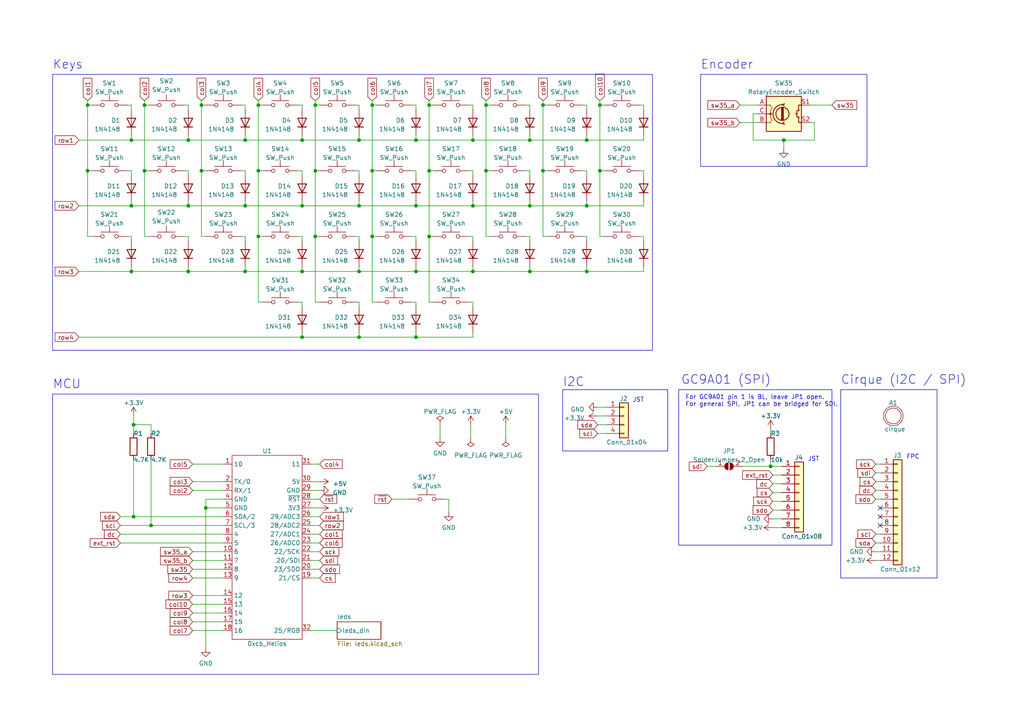
<source format=kicad_sch>
(kicad_sch (version 20230121) (generator eeschema)
  (paper "A4")
  (title_block (title "Steeb3") (date "2023-02-22") (rev "0") (company "Steve Joiner"))
  (junction (at 91.44 68.58))
  (junction (at 153.67 40.64))
  (junction (at 71.12 78.74))
  (junction (at 137.16 78.74))
  (junction (at 38.735 123.19))
  (junction (at 170.18 78.74))
  (junction (at 124.46 68.58))
  (junction (at 223.52 135.255))
  (junction (at 107.95 68.58))
  (junction (at 120.65 40.64))
  (junction (at 107.95 30.48))
  (junction (at 58.42 49.53))
  (junction (at 153.67 78.74))
  (junction (at 38.1 59.69))
  (junction (at 41.91 30.48))
  (junction (at 157.48 49.53))
  (junction (at 54.61 40.64))
  (junction (at 104.14 97.79))
  (junction (at 59.69 147.32))
  (junction (at 74.93 30.48))
  (junction (at 87.63 97.79))
  (junction (at 87.63 59.69))
  (junction (at 157.48 30.48))
  (junction (at 58.42 30.48))
  (junction (at 87.63 78.74))
  (junction (at 173.99 30.48))
  (junction (at 120.65 59.69))
  (junction (at 38.1 78.74))
  (junction (at 153.67 59.69))
  (junction (at 74.93 49.53))
  (junction (at 137.16 40.64))
  (junction (at 124.46 30.48))
  (junction (at 71.12 40.64))
  (junction (at 227.33 40.64))
  (junction (at 91.44 30.48))
  (junction (at 170.18 40.64))
  (junction (at 87.63 40.64))
  (junction (at 43.815 152.4))
  (junction (at 54.61 78.74))
  (junction (at 25.4 30.48))
  (junction (at 104.14 78.74))
  (junction (at 38.1 40.64))
  (junction (at 38.735 149.86))
  (junction (at 140.97 30.48))
  (junction (at 25.4 49.53))
  (junction (at 107.95 49.53))
  (junction (at 74.93 68.58))
  (junction (at 104.14 40.64))
  (junction (at 173.99 49.53))
  (junction (at 137.16 59.69))
  (junction (at 120.65 97.79))
  (junction (at 41.91 49.53))
  (junction (at 170.18 59.69))
  (junction (at 120.65 78.74))
  (junction (at 104.14 59.69))
  (junction (at 140.97 49.53))
  (junction (at 54.61 59.69))
  (junction (at 124.46 49.53))
  (junction (at 71.12 59.69))
  (junction (at 91.44 49.53))
  (no_connect (at 255.27 147.32))
  (no_connect (at 255.27 149.86))
  (no_connect (at 255.27 152.4))
  (wire (pts (xy 54.61 40.64) (xy 54.61 39.37)))
  (wire (pts (xy 34.925 157.48) (xy 64.77 157.48)))
  (wire (pts (xy 38.1 40.64) (xy 54.61 40.64)))
  (wire (pts (xy 218.44 33.02) (xy 218.44 40.64)))
  (wire (pts (xy 135.89 87.63) (xy 137.16 87.63)))
  (wire (pts (xy 38.735 120.65) (xy 38.735 123.19)))
  (wire (pts (xy 71.12 40.64) (xy 87.63 40.64)))
  (wire (pts (xy 119.38 87.63) (xy 120.65 87.63)))
  (wire (pts (xy 224.155 137.795) (xy 226.695 137.795)))
  (wire (pts (xy 254 162.56) (xy 255.27 162.56)))
  (wire (pts (xy 124.46 30.48) (xy 125.73 30.48)))
  (wire (pts (xy 64.77 144.78) (xy 59.69 144.78)))
  (wire (pts (xy 223.52 124.46) (xy 223.52 125.73)))
  (wire (pts (xy 153.67 77.47) (xy 153.67 78.74)))
  (wire (pts (xy 69.85 30.48) (xy 71.12 30.48)))
  (wire (pts (xy 107.95 87.63) (xy 107.95 68.58)))
  (wire (pts (xy 58.42 49.53) (xy 59.69 49.53)))
  (wire (pts (xy 107.95 49.53) (xy 107.95 30.48)))
  (wire (pts (xy 102.87 87.63) (xy 104.14 87.63)))
  (wire (pts (xy 41.91 49.53) (xy 41.91 30.48)))
  (wire (pts (xy 55.88 165.1) (xy 64.77 165.1)))
  (wire (pts (xy 90.17 167.64) (xy 92.71 167.64)))
  (wire (pts (xy 87.63 68.58) (xy 87.63 69.85)))
  (wire (pts (xy 173.355 120.65) (xy 175.895 120.65)))
  (wire (pts (xy 58.42 30.48) (xy 58.42 49.53)))
  (wire (pts (xy 124.46 29.21) (xy 124.46 30.48)))
  (wire (pts (xy 86.36 30.48) (xy 87.63 30.48)))
  (wire (pts (xy 137.16 97.79) (xy 120.65 97.79)))
  (wire (pts (xy 74.93 68.58) (xy 74.93 87.63)))
  (wire (pts (xy 36.83 49.53) (xy 38.1 49.53)))
  (wire (pts (xy 254 144.78) (xy 255.27 144.78)))
  (wire (pts (xy 173.99 30.48) (xy 175.26 30.48)))
  (wire (pts (xy 124.46 49.53) (xy 125.73 49.53)))
  (wire (pts (xy 137.16 49.53) (xy 137.16 50.8)))
  (wire (pts (xy 41.91 30.48) (xy 43.18 30.48)))
  (wire (pts (xy 107.95 30.48) (xy 109.22 30.48)))
  (wire (pts (xy 25.4 30.48) (xy 26.67 30.48)))
  (wire (pts (xy 104.14 49.53) (xy 104.14 50.8)))
  (wire (pts (xy 224.155 147.955) (xy 226.695 147.955)))
  (wire (pts (xy 140.97 30.48) (xy 142.24 30.48)))
  (wire (pts (xy 71.12 40.64) (xy 71.12 39.37)))
  (wire (pts (xy 54.61 49.53) (xy 54.61 50.8)))
  (wire (pts (xy 137.16 40.64) (xy 153.67 40.64)))
  (wire (pts (xy 214.63 30.48) (xy 219.71 30.48)))
  (wire (pts (xy 205.105 135.255) (xy 207.645 135.255)))
  (wire (pts (xy 223.52 133.35) (xy 223.52 135.255)))
  (wire (pts (xy 22.86 40.64) (xy 38.1 40.64)))
  (wire (pts (xy 153.67 30.48) (xy 153.67 31.75)))
  (wire (pts (xy 173.355 123.19) (xy 175.895 123.19)))
  (wire (pts (xy 136.525 123.19) (xy 136.525 127)))
  (wire (pts (xy 102.87 30.48) (xy 104.14 30.48)))
  (wire (pts (xy 124.46 68.58) (xy 125.73 68.58)))
  (wire (pts (xy 36.83 30.48) (xy 38.1 30.48)))
  (wire (pts (xy 104.14 87.63) (xy 104.14 88.9)))
  (wire (pts (xy 55.88 175.26) (xy 64.77 175.26)))
  (wire (pts (xy 90.17 152.4) (xy 92.71 152.4)))
  (wire (pts (xy 87.63 78.74) (xy 71.12 78.74)))
  (wire (pts (xy 87.63 58.42) (xy 87.63 59.69)))
  (wire (pts (xy 127.635 123.19) (xy 127.635 127)))
  (wire (pts (xy 41.91 29.21) (xy 41.91 30.48)))
  (wire (pts (xy 120.65 87.63) (xy 120.65 88.9)))
  (wire (pts (xy 59.69 30.48) (xy 58.42 30.48)))
  (wire (pts (xy 55.88 134.62) (xy 64.77 134.62)))
  (wire (pts (xy 87.63 59.69) (xy 104.14 59.69)))
  (wire (pts (xy 173.99 49.53) (xy 173.99 30.48)))
  (wire (pts (xy 137.16 59.69) (xy 120.65 59.69)))
  (wire (pts (xy 224.155 145.415) (xy 226.695 145.415)))
  (wire (pts (xy 168.91 49.53) (xy 170.18 49.53)))
  (wire (pts (xy 90.17 144.78) (xy 92.71 144.78)))
  (wire (pts (xy 43.815 125.73) (xy 43.815 123.19)))
  (wire (pts (xy 119.38 49.53) (xy 120.65 49.53)))
  (wire (pts (xy 90.17 182.88) (xy 97.79 182.88)))
  (wire (pts (xy 153.67 58.42) (xy 153.67 59.69)))
  (wire (pts (xy 146.685 123.19) (xy 146.685 127)))
  (wire (pts (xy 124.46 68.58) (xy 124.46 49.53)))
  (wire (pts (xy 186.69 30.48) (xy 186.69 31.75)))
  (wire (pts (xy 137.16 87.63) (xy 137.16 88.9)))
  (wire (pts (xy 120.65 97.79) (xy 104.14 97.79)))
  (wire (pts (xy 22.86 97.79) (xy 87.63 97.79)))
  (wire (pts (xy 120.65 30.48) (xy 120.65 31.75)))
  (wire (pts (xy 153.67 49.53) (xy 153.67 50.8)))
  (wire (pts (xy 186.69 58.42) (xy 186.69 59.69)))
  (wire (pts (xy 38.1 49.53) (xy 38.1 50.8)))
  (wire (pts (xy 55.88 162.56) (xy 64.77 162.56)))
  (wire (pts (xy 137.16 58.42) (xy 137.16 59.69)))
  (wire (pts (xy 153.67 40.64) (xy 153.67 39.37)))
  (wire (pts (xy 91.44 68.58) (xy 92.71 68.58)))
  (wire (pts (xy 236.22 35.56) (xy 236.22 40.64)))
  (wire (pts (xy 170.18 40.64) (xy 186.69 40.64)))
  (wire (pts (xy 87.63 49.53) (xy 87.63 50.8)))
  (wire (pts (xy 69.85 49.53) (xy 71.12 49.53)))
  (wire (pts (xy 25.4 29.21) (xy 25.4 30.48)))
  (wire (pts (xy 41.91 49.53) (xy 41.91 68.58)))
  (wire (pts (xy 87.63 40.64) (xy 87.63 39.37)))
  (wire (pts (xy 36.83 68.58) (xy 38.1 68.58)))
  (wire (pts (xy 120.65 78.74) (xy 137.16 78.74)))
  (wire (pts (xy 38.1 30.48) (xy 38.1 31.75)))
  (wire (pts (xy 55.88 160.02) (xy 64.77 160.02)))
  (wire (pts (xy 87.63 59.69) (xy 71.12 59.69)))
  (wire (pts (xy 120.65 77.47) (xy 120.65 78.74)))
  (wire (pts (xy 92.71 87.63) (xy 91.44 87.63)))
  (wire (pts (xy 137.16 30.48) (xy 137.16 31.75)))
  (wire (pts (xy 43.815 133.35) (xy 43.815 152.4)))
  (wire (pts (xy 140.97 68.58) (xy 140.97 49.53)))
  (wire (pts (xy 158.75 68.58) (xy 157.48 68.58)))
  (wire (pts (xy 224.155 142.875) (xy 226.695 142.875)))
  (wire (pts (xy 26.67 49.53) (xy 25.4 49.53)))
  (wire (pts (xy 90.17 157.48) (xy 92.71 157.48)))
  (wire (pts (xy 120.65 96.52) (xy 120.65 97.79)))
  (wire (pts (xy 140.97 49.53) (xy 140.97 30.48)))
  (wire (pts (xy 140.97 49.53) (xy 142.24 49.53)))
  (wire (pts (xy 170.18 30.48) (xy 170.18 31.75)))
  (wire (pts (xy 59.69 147.32) (xy 59.69 187.96)))
  (wire (pts (xy 214.63 35.56) (xy 219.71 35.56)))
  (wire (pts (xy 55.88 180.34) (xy 64.77 180.34)))
  (wire (pts (xy 76.2 68.58) (xy 74.93 68.58)))
  (wire (pts (xy 185.42 68.58) (xy 186.69 68.58)))
  (wire (pts (xy 157.48 68.58) (xy 157.48 49.53)))
  (wire (pts (xy 107.95 68.58) (xy 107.95 49.53)))
  (wire (pts (xy 90.17 142.24) (xy 92.71 142.24)))
  (wire (pts (xy 86.36 87.63) (xy 87.63 87.63)))
  (wire (pts (xy 104.14 78.74) (xy 87.63 78.74)))
  (wire (pts (xy 254 154.94) (xy 255.27 154.94)))
  (wire (pts (xy 140.97 29.21) (xy 140.97 30.48)))
  (wire (pts (xy 124.46 87.63) (xy 124.46 68.58)))
  (wire (pts (xy 55.88 142.24) (xy 64.77 142.24)))
  (wire (pts (xy 59.69 68.58) (xy 58.42 68.58)))
  (wire (pts (xy 87.63 87.63) (xy 87.63 88.9)))
  (wire (pts (xy 26.67 68.58) (xy 25.4 68.58)))
  (wire (pts (xy 124.46 49.53) (xy 124.46 30.48)))
  (wire (pts (xy 130.175 144.78) (xy 130.175 148.59)))
  (wire (pts (xy 54.61 40.64) (xy 71.12 40.64)))
  (wire (pts (xy 104.14 58.42) (xy 104.14 59.69)))
  (wire (pts (xy 34.925 154.94) (xy 64.77 154.94)))
  (wire (pts (xy 170.18 49.53) (xy 170.18 50.8)))
  (wire (pts (xy 175.26 68.58) (xy 173.99 68.58)))
  (wire (pts (xy 120.65 78.74) (xy 104.14 78.74)))
  (wire (pts (xy 91.44 30.48) (xy 92.71 30.48)))
  (wire (pts (xy 54.61 58.42) (xy 54.61 59.69)))
  (wire (pts (xy 135.89 30.48) (xy 137.16 30.48)))
  (wire (pts (xy 87.63 40.64) (xy 104.14 40.64)))
  (wire (pts (xy 91.44 49.53) (xy 91.44 30.48)))
  (wire (pts (xy 58.42 49.53) (xy 58.42 68.58)))
  (wire (pts (xy 224.155 153.035) (xy 226.695 153.035)))
  (wire (pts (xy 69.85 68.58) (xy 71.12 68.58)))
  (wire (pts (xy 107.95 29.21) (xy 107.95 30.48)))
  (wire (pts (xy 90.17 160.02) (xy 92.71 160.02)))
  (wire (pts (xy 170.18 40.64) (xy 170.18 39.37)))
  (wire (pts (xy 104.14 68.58) (xy 104.14 69.85)))
  (wire (pts (xy 22.86 78.74) (xy 38.1 78.74)))
  (wire (pts (xy 55.88 177.8) (xy 64.77 177.8)))
  (wire (pts (xy 55.88 172.72) (xy 64.77 172.72)))
  (wire (pts (xy 25.4 49.53) (xy 25.4 68.58)))
  (wire (pts (xy 90.17 134.62) (xy 92.71 134.62)))
  (wire (pts (xy 74.93 29.21) (xy 74.93 30.48)))
  (wire (pts (xy 254 160.02) (xy 255.27 160.02)))
  (wire (pts (xy 104.14 30.48) (xy 104.14 31.75)))
  (wire (pts (xy 25.4 30.48) (xy 25.4 49.53)))
  (wire (pts (xy 170.18 68.58) (xy 170.18 69.85)))
  (wire (pts (xy 119.38 68.58) (xy 120.65 68.58)))
  (wire (pts (xy 120.65 68.58) (xy 120.65 69.85)))
  (wire (pts (xy 254 134.62) (xy 255.27 134.62)))
  (wire (pts (xy 157.48 30.48) (xy 158.75 30.48)))
  (wire (pts (xy 90.17 165.1) (xy 92.71 165.1)))
  (wire (pts (xy 104.14 40.64) (xy 120.65 40.64)))
  (wire (pts (xy 71.12 68.58) (xy 71.12 69.85)))
  (wire (pts (xy 137.16 40.64) (xy 137.16 39.37)))
  (wire (pts (xy 107.95 68.58) (xy 109.22 68.58)))
  (wire (pts (xy 137.16 78.74) (xy 153.67 78.74)))
  (wire (pts (xy 43.815 152.4) (xy 64.77 152.4)))
  (wire (pts (xy 109.22 87.63) (xy 107.95 87.63)))
  (wire (pts (xy 71.12 59.69) (xy 54.61 59.69)))
  (wire (pts (xy 153.67 40.64) (xy 170.18 40.64)))
  (wire (pts (xy 142.24 68.58) (xy 140.97 68.58)))
  (wire (pts (xy 173.99 49.53) (xy 175.26 49.53)))
  (wire (pts (xy 170.18 77.47) (xy 170.18 78.74)))
  (wire (pts (xy 104.14 40.64) (xy 104.14 39.37)))
  (wire (pts (xy 87.63 97.79) (xy 87.63 96.52)))
  (wire (pts (xy 90.17 162.56) (xy 92.71 162.56)))
  (wire (pts (xy 135.89 49.53) (xy 137.16 49.53)))
  (wire (pts (xy 53.34 30.48) (xy 54.61 30.48)))
  (wire (pts (xy 58.42 29.21) (xy 58.42 30.48)))
  (wire (pts (xy 104.14 97.79) (xy 87.63 97.79)))
  (wire (pts (xy 55.88 167.64) (xy 64.77 167.64)))
  (wire (pts (xy 152.4 68.58) (xy 153.67 68.58)))
  (wire (pts (xy 43.18 68.58) (xy 41.91 68.58)))
  (wire (pts (xy 54.61 77.47) (xy 54.61 78.74)))
  (wire (pts (xy 71.12 78.74) (xy 54.61 78.74)))
  (wire (pts (xy 170.18 59.69) (xy 186.69 59.69)))
  (wire (pts (xy 137.16 96.52) (xy 137.16 97.79)))
  (wire (pts (xy 152.4 30.48) (xy 153.67 30.48)))
  (wire (pts (xy 224.155 150.495) (xy 226.695 150.495)))
  (wire (pts (xy 125.73 87.63) (xy 124.46 87.63)))
  (wire (pts (xy 227.33 40.64) (xy 218.44 40.64)))
  (wire (pts (xy 87.63 77.47) (xy 87.63 78.74)))
  (wire (pts (xy 173.355 118.11) (xy 175.895 118.11)))
  (wire (pts (xy 38.1 78.74) (xy 38.1 77.47)))
  (wire (pts (xy 59.69 144.78) (xy 59.69 147.32)))
  (wire (pts (xy 120.65 59.69) (xy 104.14 59.69)))
  (wire (pts (xy 218.44 33.02) (xy 219.71 33.02)))
  (wire (pts (xy 38.735 133.35) (xy 38.735 149.86)))
  (wire (pts (xy 157.48 49.53) (xy 158.75 49.53)))
  (wire (pts (xy 186.69 40.64) (xy 186.69 39.37)))
  (wire (pts (xy 34.925 149.86) (xy 38.735 149.86)))
  (wire (pts (xy 74.93 49.53) (xy 74.93 30.48)))
  (wire (pts (xy 43.18 49.53) (xy 41.91 49.53)))
  (wire (pts (xy 34.925 152.4) (xy 43.815 152.4)))
  (wire (pts (xy 254 139.7) (xy 255.27 139.7)))
  (wire (pts (xy 157.48 29.21) (xy 157.48 30.48)))
  (wire (pts (xy 71.12 77.47) (xy 71.12 78.74)))
  (wire (pts (xy 234.95 35.56) (xy 236.22 35.56)))
  (wire (pts (xy 86.36 68.58) (xy 87.63 68.58)))
  (wire (pts (xy 128.905 144.78) (xy 130.175 144.78)))
  (wire (pts (xy 91.44 68.58) (xy 91.44 49.53)))
  (wire (pts (xy 38.735 149.86) (xy 64.77 149.86)))
  (wire (pts (xy 137.16 68.58) (xy 137.16 69.85)))
  (wire (pts (xy 135.89 68.58) (xy 137.16 68.58)))
  (wire (pts (xy 152.4 49.53) (xy 153.67 49.53)))
  (wire (pts (xy 185.42 49.53) (xy 186.69 49.53)))
  (wire (pts (xy 76.2 49.53) (xy 74.93 49.53)))
  (wire (pts (xy 91.44 29.21) (xy 91.44 30.48)))
  (wire (pts (xy 104.14 77.47) (xy 104.14 78.74)))
  (wire (pts (xy 223.52 135.255) (xy 226.695 135.255)))
  (wire (pts (xy 254 157.48) (xy 255.27 157.48)))
  (wire (pts (xy 86.36 49.53) (xy 87.63 49.53)))
  (wire (pts (xy 54.61 30.48) (xy 54.61 31.75)))
  (wire (pts (xy 227.33 40.64) (xy 236.22 40.64)))
  (wire (pts (xy 186.69 77.47) (xy 186.69 78.74)))
  (wire (pts (xy 120.65 40.64) (xy 137.16 40.64)))
  (wire (pts (xy 53.34 49.53) (xy 54.61 49.53)))
  (wire (pts (xy 53.34 68.58) (xy 54.61 68.58)))
  (wire (pts (xy 22.86 59.69) (xy 38.1 59.69)))
  (wire (pts (xy 76.2 87.63) (xy 74.93 87.63)))
  (wire (pts (xy 153.67 78.74) (xy 170.18 78.74)))
  (wire (pts (xy 153.67 59.69) (xy 170.18 59.69)))
  (wire (pts (xy 55.88 182.88) (xy 64.77 182.88)))
  (wire (pts (xy 120.65 49.53) (xy 120.65 50.8)))
  (wire (pts (xy 87.63 30.48) (xy 87.63 31.75)))
  (wire (pts (xy 186.69 68.58) (xy 186.69 69.85)))
  (wire (pts (xy 90.17 154.94) (xy 92.71 154.94)))
  (wire (pts (xy 137.16 59.69) (xy 153.67 59.69)))
  (wire (pts (xy 113.665 144.78) (xy 118.745 144.78)))
  (wire (pts (xy 254 137.16) (xy 255.27 137.16)))
  (wire (pts (xy 185.42 30.48) (xy 186.69 30.48)))
  (wire (pts (xy 38.735 123.19) (xy 43.815 123.19)))
  (wire (pts (xy 38.735 123.19) (xy 38.735 125.73)))
  (wire (pts (xy 120.65 58.42) (xy 120.65 59.69)))
  (wire (pts (xy 153.67 68.58) (xy 153.67 69.85)))
  (wire (pts (xy 74.93 30.48) (xy 76.2 30.48)))
  (wire (pts (xy 54.61 59.69) (xy 38.1 59.69)))
  (wire (pts (xy 54.61 68.58) (xy 54.61 69.85)))
  (wire (pts (xy 173.99 29.21) (xy 173.99 30.48)))
  (wire (pts (xy 90.17 149.86) (xy 92.71 149.86)))
  (wire (pts (xy 54.61 78.74) (xy 38.1 78.74)))
  (wire (pts (xy 173.99 68.58) (xy 173.99 49.53)))
  (wire (pts (xy 186.69 78.74) (xy 170.18 78.74)))
  (wire (pts (xy 215.265 135.255) (xy 223.52 135.255)))
  (wire (pts (xy 71.12 58.42) (xy 71.12 59.69)))
  (wire (pts (xy 168.91 30.48) (xy 170.18 30.48)))
  (wire (pts (xy 71.12 30.48) (xy 71.12 31.75)))
  (wire (pts (xy 104.14 96.52) (xy 104.14 97.79)))
  (wire (pts (xy 74.93 49.53) (xy 74.93 68.58)))
  (wire (pts (xy 107.95 49.53) (xy 109.22 49.53)))
  (wire (pts (xy 173.355 125.73) (xy 175.895 125.73)))
  (wire (pts (xy 91.44 49.53) (xy 92.71 49.53)))
  (wire (pts (xy 120.65 40.64) (xy 120.65 39.37)))
  (wire (pts (xy 186.69 49.53) (xy 186.69 50.8)))
  (wire (pts (xy 254 142.24) (xy 255.27 142.24)))
  (wire (pts (xy 102.87 68.58) (xy 104.14 68.58)))
  (wire (pts (xy 38.1 68.58) (xy 38.1 69.85)))
  (wire (pts (xy 90.17 147.32) (xy 92.71 147.32)))
  (wire (pts (xy 119.38 30.48) (xy 120.65 30.48)))
  (wire (pts (xy 102.87 49.53) (xy 104.14 49.53)))
  (wire (pts (xy 38.1 40.64) (xy 38.1 39.37)))
  (wire (pts (xy 170.18 58.42) (xy 170.18 59.69)))
  (wire (pts (xy 157.48 49.53) (xy 157.48 30.48)))
  (wire (pts (xy 137.16 77.47) (xy 137.16 78.74)))
  (wire (pts (xy 234.95 30.48) (xy 241.3 30.48)))
  (wire (pts (xy 227.33 40.64) (xy 227.33 43.18)))
  (wire (pts (xy 91.44 87.63) (xy 91.44 68.58)))
  (wire (pts (xy 59.69 147.32) (xy 64.77 147.32)))
  (wire (pts (xy 168.91 68.58) (xy 170.18 68.58)))
  (wire (pts (xy 38.1 59.69) (xy 38.1 58.42)))
  (wire (pts (xy 90.17 139.7) (xy 92.71 139.7)))
  (wire (pts (xy 224.155 140.335) (xy 226.695 140.335)))
  (wire (pts (xy 71.12 49.53) (xy 71.12 50.8)))
  (wire (pts (xy 55.88 139.7) (xy 64.77 139.7)))
  (rectangle (start 15.24 21.59) (end 189.23 101.6))
  (rectangle (start 163.195 113.03) (end 193.675 130.81))
  (rectangle (start 15.24 114.3) (end 156.21 195.58))
  (rectangle (start 243.84 113.03) (end 271.78 167.64))
  (rectangle (start 196.85 113.03) (end 241.3 158.115))
  (rectangle (start 203.2 21.59) (end 251.46 48.26))
  (text "JST" (at 183.515 116.84 0) (effects (font (size 1.27 1.27)) (justify left bottom)))
  (text "FPC" (at 262.89 133.35 0) (effects (font (size 1.27 1.27)) (justify left bottom)))
  (text "MCU" (at 15.24 113.03 0) (effects (font (size 2.54 2.54)) (justify left bottom)))
  (text "Cirque (I2C / SPI)" (at 243.84 111.76 0) (effects (font (size 2.54 2.54)) (justify left bottom)))
  (text "Keys" (at 15.24 20.32 0) (effects (font (size 2.54 2.54)) (justify left bottom)))
  (text "Encoder" (at 203.2 20.32 0) (effects (font (size 2.54 2.54)) (justify left bottom)))
  (text "I2C" (at 163.195 112.395 0) (effects (font (size 2.54 2.54)) (justify left bottom)))
  (text "For GC9A01 pin 1 is BL, leave JP1 open.\nFor general SPI, JP1 can be bridged for SDI." (at 198.755 118.11 0) (effects (font (size 1.27 1.27)) (justify left bottom)))
  (text "JST" (at 234.315 133.985 0) (effects (font (size 1.27 1.27)) (justify left bottom)))
  (text "GC9A01 (SPI)" (at 197.485 111.76 0) (effects (font (size 2.54 2.54)) (justify left bottom)))
  (global_label "sdi" (shape input) (at 92.71 162.56 0) (property "Intersheetrefs" "${INTERSHEET_REFS}" (effects hide)))
  (global_label "row2" (shape input) (at 92.71 152.4 0) (property "Intersheetrefs" "${INTERSHEET_REFS}" (effects hide)))
  (global_label "sw35" (shape input) (at 55.88 165.1 180) (property "Intersheetrefs" "${INTERSHEET_REFS}" (effects hide)))
  (global_label "sw35_b" (shape input) (at 214.63 35.56 180) (property "Intersheetrefs" "${INTERSHEET_REFS}" (effects hide)))
  (global_label "col2" (shape input) (at 41.91 29.21 90) (property "Intersheetrefs" "${INTERSHEET_REFS}" (effects hide)))
  (global_label "cs" (shape input) (at 254 139.7 180) (property "Intersheetrefs" "${INTERSHEET_REFS}" (effects hide)))
  (global_label "sdi" (shape input) (at 254 137.16 180) (property "Intersheetrefs" "${INTERSHEET_REFS}" (effects hide)))
  (global_label "~{rst}" (shape input) (at 113.665 144.78 180) (property "Intersheetrefs" "${INTERSHEET_REFS}" (effects hide)))
  (global_label "sck" (shape input) (at 254 134.62 180) (property "Intersheetrefs" "${INTERSHEET_REFS}" (effects hide)))
  (global_label "col6" (shape input) (at 107.95 29.21 90) (property "Intersheetrefs" "${INTERSHEET_REFS}" (effects hide)))
  (global_label "dc" (shape input) (at 254 142.24 180) (property "Intersheetrefs" "${INTERSHEET_REFS}" (effects hide)))
  (global_label "col3" (shape input) (at 55.88 139.7 180) (property "Intersheetrefs" "${INTERSHEET_REFS}" (effects hide)))
  (global_label "sda" (shape input) (at 34.925 149.86 180) (property "Intersheetrefs" "${INTERSHEET_REFS}" (effects hide)))
  (global_label "sdo" (shape input) (at 254 144.78 180) (property "Intersheetrefs" "${INTERSHEET_REFS}" (effects hide)))
  (global_label "sdi" (shape input) (at 205.105 135.255 180) (property "Intersheetrefs" "${INTERSHEET_REFS}" (effects hide)))
  (global_label "scl" (shape input) (at 34.925 152.4 180) (property "Intersheetrefs" "${INTERSHEET_REFS}" (effects hide)))
  (global_label "row3" (shape input) (at 55.88 172.72 180) (property "Intersheetrefs" "${INTERSHEET_REFS}" (effects hide)))
  (global_label "sdo" (shape input) (at 224.155 147.955 180) (property "Intersheetrefs" "${INTERSHEET_REFS}" (effects hide)))
  (global_label "scl" (shape input) (at 173.355 125.73 180) (property "Intersheetrefs" "${INTERSHEET_REFS}" (effects hide)))
  (global_label "dc" (shape input) (at 34.925 154.94 180) (property "Intersheetrefs" "${INTERSHEET_REFS}" (effects hide)))
  (global_label "cs" (shape input) (at 92.71 167.64 0) (property "Intersheetrefs" "${INTERSHEET_REFS}" (effects hide)))
  (global_label "col2" (shape input) (at 55.88 142.24 180) (property "Intersheetrefs" "${INTERSHEET_REFS}" (effects hide)))
  (global_label "sda" (shape input) (at 254 157.48 180) (property "Intersheetrefs" "${INTERSHEET_REFS}" (effects hide)))
  (global_label "~{rst}" (shape input) (at 92.71 144.78 0) (property "Intersheetrefs" "${INTERSHEET_REFS}" (effects hide)))
  (global_label "col4" (shape input) (at 92.71 134.62 0) (property "Intersheetrefs" "${INTERSHEET_REFS}" (effects hide)))
  (global_label "col9" (shape input) (at 55.88 177.8 180) (property "Intersheetrefs" "${INTERSHEET_REFS}" (effects hide)))
  (global_label "sdo" (shape input) (at 92.71 165.1 0) (property "Intersheetrefs" "${INTERSHEET_REFS}" (effects hide)))
  (global_label "col5" (shape input) (at 91.44 29.21 90) (property "Intersheetrefs" "${INTERSHEET_REFS}" (effects hide)))
  (global_label "sw35_b" (shape input) (at 55.88 162.56 180) (property "Intersheetrefs" "${INTERSHEET_REFS}" (effects hide)))
  (global_label "col5" (shape input) (at 55.88 134.62 180) (property "Intersheetrefs" "${INTERSHEET_REFS}" (effects hide)))
  (global_label "col10" (shape input) (at 55.88 175.26 180) (property "Intersheetrefs" "${INTERSHEET_REFS}" (effects hide)))
  (global_label "col1" (shape input) (at 25.4 29.21 90) (property "Intersheetrefs" "${INTERSHEET_REFS}" (effects hide)))
  (global_label "col8" (shape input) (at 55.88 180.34 180) (property "Intersheetrefs" "${INTERSHEET_REFS}" (effects hide)))
  (global_label "sck" (shape input) (at 224.155 145.415 180) (property "Intersheetrefs" "${INTERSHEET_REFS}" (effects hide)))
  (global_label "col3" (shape input) (at 58.42 29.21 90) (property "Intersheetrefs" "${INTERSHEET_REFS}" (effects hide)))
  (global_label "col9" (shape input) (at 157.48 29.21 90) (property "Intersheetrefs" "${INTERSHEET_REFS}" (effects hide)))
  (global_label "sck" (shape input) (at 92.71 160.02 0) (property "Intersheetrefs" "${INTERSHEET_REFS}" (effects hide)))
  (global_label "col4" (shape input) (at 74.93 29.21 90) (property "Intersheetrefs" "${INTERSHEET_REFS}" (effects hide)))
  (global_label "sw35_a" (shape input) (at 214.63 30.48 180) (property "Intersheetrefs" "${INTERSHEET_REFS}" (effects hide)))
  (global_label "dc" (shape input) (at 224.155 140.335 180) (property "Intersheetrefs" "${INTERSHEET_REFS}" (effects hide)))
  (global_label "sw35_a" (shape input) (at 55.88 160.02 180) (property "Intersheetrefs" "${INTERSHEET_REFS}" (effects hide)))
  (global_label "scl" (shape input) (at 254 154.94 180) (property "Intersheetrefs" "${INTERSHEET_REFS}" (effects hide)))
  (global_label "col6" (shape input) (at 92.71 157.48 0) (property "Intersheetrefs" "${INTERSHEET_REFS}" (effects hide)))
  (global_label "row3" (shape input) (at 22.86 78.74 180) (property "Intersheetrefs" "${INTERSHEET_REFS}" (effects hide)))
  (global_label "col10" (shape input) (at 173.99 29.21 90) (property "Intersheetrefs" "${INTERSHEET_REFS}" (effects hide)))
  (global_label "row1" (shape input) (at 92.71 149.86 0) (property "Intersheetrefs" "${INTERSHEET_REFS}" (effects hide)))
  (global_label "row2" (shape input) (at 22.86 59.69 180) (property "Intersheetrefs" "${INTERSHEET_REFS}" (effects hide)))
  (global_label "cs" (shape input) (at 224.155 142.875 180) (property "Intersheetrefs" "${INTERSHEET_REFS}" (effects hide)))
  (global_label "ext_rst" (shape input) (at 34.925 157.48 180) (property "Intersheetrefs" "${INTERSHEET_REFS}" (effects hide)))
  (global_label "ext_rst" (shape input) (at 224.155 137.795 180) (property "Intersheetrefs" "${INTERSHEET_REFS}" (effects hide)))
  (global_label "col8" (shape input) (at 140.97 29.21 90) (property "Intersheetrefs" "${INTERSHEET_REFS}" (effects hide)))
  (global_label "row4" (shape input) (at 55.88 167.64 180) (property "Intersheetrefs" "${INTERSHEET_REFS}" (effects hide)))
  (global_label "row1" (shape input) (at 22.86 40.64 180) (property "Intersheetrefs" "${INTERSHEET_REFS}" (effects hide)))
  (global_label "sda" (shape input) (at 173.355 123.19 180) (property "Intersheetrefs" "${INTERSHEET_REFS}" (effects hide)))
  (global_label "row4" (shape input) (at 22.86 97.79 180) (property "Intersheetrefs" "${INTERSHEET_REFS}" (effects hide)))
  (global_label "col7" (shape input) (at 55.88 182.88 180) (property "Intersheetrefs" "${INTERSHEET_REFS}" (effects hide)))
  (global_label "col7" (shape input) (at 124.46 29.21 90) (property "Intersheetrefs" "${INTERSHEET_REFS}" (effects hide)))
  (global_label "col1" (shape input) (at 92.71 154.94 0) (property "Intersheetrefs" "${INTERSHEET_REFS}" (effects hide)))
  (global_label "sw35" (shape input) (at 241.3 30.48 0) (property "Intersheetrefs" "${INTERSHEET_REFS}" (effects hide)))
  (symbol (lib_id "power:GND") (at 92.71 142.24 90) (unit 1)
    (property "Reference" "#PWR016" (effects hide))
    (property "Value" "GND" (at 96.52 142.875 90) (effects (justify right)))
  )
  (symbol (lib_id "Diode:1N4148") (at 38.1 73.66 270) (mirror x) (unit 1)
    (property "Reference" "D21" (at 34.925 73.025 90) (effects (justify right)))
    (property "Value" "1N4148" (at 34.925 75.565 90) (effects (justify right)))
    (property "Footprint" "footprints:D_SOD-123_LEFT" (effects hide))
    (property "Datasheet" "https://assets.nexperia.com/documents/data-sheet/1N4148_1N4448.pdf" (effects hide))
    (property "Sim.Device" "D" (effects hide))
    (property "Sim.Pins" "1=K 2=A" (effects hide))
  )
  (symbol (lib_id "Diode:1N4148") (at 71.12 73.66 270) (mirror x) (unit 1)
    (property "Reference" "D23" (at 67.945 73.025 90) (effects (justify right)))
    (property "Value" "1N4148" (at 67.945 75.565 90) (effects (justify right)))
    (property "Footprint" "footprints:D_SOD-123_LEFT" (effects hide))
    (property "Datasheet" "https://assets.nexperia.com/documents/data-sheet/1N4148_1N4448.pdf" (effects hide))
    (property "Sim.Device" "D" (effects hide))
    (property "Sim.Pins" "1=K 2=A" (effects hide))
  )
  (symbol (lib_id "Device:RotaryEncoder_Switch") (at 227.33 33.02 0) (unit 1)
    (property "Reference" "SW35" (at 227.33 24.13 0))
    (property "Value" "RotaryEncoder_Switch" (at 227.33 26.67 0))
    (property "Footprint" "footprints:RotaryEncoder_Alps_EC11E-Switch_Vertical_H20mm" (effects hide))
  )
  (symbol (lib_id "Switch:SW_Push") (at 48.26 49.53 0) (unit 1)
    (property "Reference" "SW12" (at 48.26 43.18 0))
    (property "Value" "SW_Push" (at 48.26 45.72 0))
    (property "Footprint" "footprints:SW_Hotswap_Kailh_MX_plated_1.00u" (effects hide))
  )
  (symbol (lib_id "Diode:1N4148") (at 104.14 73.66 270) (mirror x) (unit 1)
    (property "Reference" "D25" (at 100.965 73.025 90) (effects (justify right)))
    (property "Value" "1N4148" (at 100.965 75.565 90) (effects (justify right)))
    (property "Footprint" "footprints:D_SOD-123_LEFT" (effects hide))
    (property "Datasheet" "https://assets.nexperia.com/documents/data-sheet/1N4148_1N4448.pdf" (effects hide))
    (property "Sim.Device" "D" (effects hide))
    (property "Sim.Pins" "1=K 2=A" (effects hide))
  )
  (symbol (lib_id "Jumper:SolderJumper_2_Open") (at 211.455 135.255 0) (unit 1)
    (property "Reference" "JP1" (at 211.455 130.81 0))
    (property "Value" "SolderJumper_2_Open" (at 211.455 133.35 0))
    (property "Footprint" "Jumper:SolderJumper-2_P1.3mm_Open_RoundedPad1.0x1.5mm" (effects hide))
  )
  (symbol (lib_id "Diode:1N4148") (at 153.67 35.56 270) (mirror x) (unit 1)
    (property "Reference" "D8" (at 150.495 34.925 90) (effects (justify right)))
    (property "Value" "1N4148" (at 150.495 37.465 90) (effects (justify right)))
    (property "Footprint" "footprints:D_SOD-123_RIGHT" (effects hide))
    (property "Datasheet" "https://assets.nexperia.com/documents/data-sheet/1N4148_1N4448.pdf" (effects hide))
    (property "Sim.Device" "D" (effects hide))
    (property "Sim.Pins" "1=K 2=A" (effects hide))
  )
  (symbol (lib_id "Diode:1N4148") (at 170.18 35.56 270) (mirror x) (unit 1)
    (property "Reference" "D9" (at 167.005 34.925 90) (effects (justify right)))
    (property "Value" "1N4148" (at 167.005 37.465 90) (effects (justify right)))
    (property "Footprint" "footprints:D_SOD-123_RIGHT" (effects hide))
    (property "Datasheet" "https://assets.nexperia.com/documents/data-sheet/1N4148_1N4448.pdf" (effects hide))
    (property "Sim.Device" "D" (effects hide))
    (property "Sim.Pins" "1=K 2=A" (effects hide))
  )
  (symbol (lib_id "Connector_Generic:Conn_01x04") (at 180.975 120.65 0) (unit 1)
    (property "Reference" "J2" (at 179.705 115.57 0) (effects (justify left)))
    (property "Value" "Conn_01x04" (at 175.895 128.27 0) (effects (justify left)))
    (property "Footprint" "footprints:JST_SH_SM04B-SRSS-TB_1x04-1MP_P1.00mm_Horizontal" (effects hide))
  )
  (symbol (lib_id "cirque:cirque") (at 259.08 120.65 0) (unit 1)
    (property "Reference" "A1" (at 257.81 116.84 0) (effects (justify left)))
    (property "Value" "cirque" (at 256.54 124.46 0) (effects (justify left)))
    (property "Footprint" "footprints:CIRQUE_40MM_No_Cutout" (effects hide))
  )
  (symbol (lib_id "Diode:1N4148") (at 153.67 73.66 270) (mirror x) (unit 1)
    (property "Reference" "D28" (at 150.495 73.025 90) (effects (justify right)))
    (property "Value" "1N4148" (at 150.495 75.565 90) (effects (justify right)))
    (property "Footprint" "footprints:D_SOD-123_RIGHT" (effects hide))
    (property "Datasheet" "https://assets.nexperia.com/documents/data-sheet/1N4148_1N4448.pdf" (effects hide))
    (property "Sim.Device" "D" (effects hide))
    (property "Sim.Pins" "1=K 2=A" (effects hide))
  )
  (symbol (lib_id "Switch:SW_Push") (at 31.75 49.53 0) (unit 1)
    (property "Reference" "SW11" (at 31.75 43.18 0))
    (property "Value" "SW_Push" (at 31.75 45.72 0))
    (property "Footprint" "footprints:SW_Hotswap_Kailh_MX_plated_1.00u" (effects hide))
  )
  (symbol (lib_id "Diode:1N4148") (at 104.14 35.56 270) (mirror x) (unit 1)
    (property "Reference" "D5" (at 100.965 34.925 90) (effects (justify right)))
    (property "Value" "1N4148" (at 100.965 37.465 90) (effects (justify right)))
    (property "Footprint" "footprints:D_SOD-123_LEFT" (effects hide))
    (property "Datasheet" "https://assets.nexperia.com/documents/data-sheet/1N4148_1N4448.pdf" (effects hide))
    (property "Sim.Device" "D" (effects hide))
    (property "Sim.Pins" "1=K 2=A" (effects hide))
  )
  (symbol (lib_id "Switch:SW_Push") (at 97.79 68.58 0) (unit 1)
    (property "Reference" "SW25" (at 97.79 62.23 0))
    (property "Value" "SW_Push" (at 97.79 64.77 0))
    (property "Footprint" "footprints:SW_Hotswap_Kailh_MX_plated_1.00u" (effects hide))
  )
  (symbol (lib_id "Diode:1N4148") (at 137.16 35.56 270) (mirror x) (unit 1)
    (property "Reference" "D7" (at 133.985 34.925 90) (effects (justify right)))
    (property "Value" "1N4148" (at 133.985 37.465 90) (effects (justify right)))
    (property "Footprint" "footprints:D_SOD-123_RIGHT" (effects hide))
    (property "Datasheet" "https://assets.nexperia.com/documents/data-sheet/1N4148_1N4448.pdf" (effects hide))
    (property "Sim.Device" "D" (effects hide))
    (property "Sim.Pins" "1=K 2=A" (effects hide))
  )
  (symbol (lib_id "power:+3.3V") (at 136.525 123.19 0) (unit 1)
    (property "Reference" "#PWR07" (effects hide))
    (property "Value" "+3.3V" (at 136.525 119.38 0))
  )
  (symbol (lib_id "Switch:SW_Push") (at 64.77 49.53 0) (unit 1)
    (property "Reference" "SW13" (at 64.77 43.18 0))
    (property "Value" "SW_Push" (at 64.77 45.72 0))
    (property "Footprint" "footprints:SW_Hotswap_Kailh_MX_plated_1.00u" (effects hide))
  )
  (symbol (lib_id "power:+3.3V") (at 38.735 120.65 0) (unit 1)
    (property "Reference" "#PWR017" (effects hide))
    (property "Value" "+3.3V" (at 38.735 116.84 0))
  )
  (symbol (lib_id "power:GND") (at 254 160.02 270) (unit 1)
    (property "Reference" "#PWR04" (effects hide))
    (property "Value" "GND" (at 246.38 160.02 90) (effects (justify left)))
  )
  (symbol (lib_id "Diode:1N4148") (at 104.14 92.71 270) (mirror x) (unit 1)
    (property "Reference" "D32" (at 100.965 92.075 90) (effects (justify right)))
    (property "Value" "1N4148" (at 100.965 94.615 90) (effects (justify right)))
    (property "Footprint" "footprints:D_SOD-123_LEFT" (effects hide))
    (property "Datasheet" "https://assets.nexperia.com/documents/data-sheet/1N4148_1N4448.pdf" (effects hide))
    (property "Sim.Device" "D" (effects hide))
    (property "Sim.Pins" "1=K 2=A" (effects hide))
  )
  (symbol (lib_id "power:GND") (at 173.355 118.11 270) (unit 1)
    (property "Reference" "#PWR023" (effects hide))
    (property "Value" "GND" (at 169.545 118.745 90) (effects (justify right)))
  )
  (symbol (lib_id "Connector_Generic:Conn_01x12") (at 260.35 147.32 0) (unit 1)
    (property "Reference" "J3" (at 259.08 132.08 0) (effects (justify left)))
    (property "Value" "Conn_01x12" (at 255.27 165.1 0) (effects (justify left)))
    (property "Footprint" "footprints:FPC_CONN_0_5_12_POS" (effects hide))
  )
  (symbol (lib_id "Switch:SW_Push") (at 97.79 30.48 0) (unit 1)
    (property "Reference" "SW5" (at 97.79 24.13 0))
    (property "Value" "SW_Push" (at 97.79 26.67 0))
    (property "Footprint" "footprints:SW_Hotswap_Kailh_MX_plated_1.00u" (effects hide))
  )
  (symbol (lib_id "Diode:1N4148") (at 120.65 92.71 270) (mirror x) (unit 1)
    (property "Reference" "D33" (at 117.475 92.075 90) (effects (justify right)))
    (property "Value" "1N4148" (at 117.475 94.615 90) (effects (justify right)))
    (property "Footprint" "footprints:D_SOD-123_RIGHT" (effects hide))
    (property "Datasheet" "https://assets.nexperia.com/documents/data-sheet/1N4148_1N4448.pdf" (effects hide))
    (property "Sim.Device" "D" (effects hide))
    (property "Sim.Pins" "1=K 2=A" (effects hide))
  )
  (symbol (lib_id "Switch:SW_Push") (at 180.34 49.53 0) (unit 1)
    (property "Reference" "SW20" (at 180.34 43.18 0))
    (property "Value" "SW_Push" (at 180.34 45.72 0))
    (property "Footprint" "footprints:SW_Hotswap_Kailh_MX_plated_1.00u" (effects hide))
  )
  (symbol (lib_id "Device:R") (at 223.52 129.54 0) (unit 1)
    (property "Reference" "R3" (at 223.52 125.73 0) (effects (justify left)))
    (property "Value" "10k" (at 223.52 133.35 0) (effects (justify left)))
    (property "Footprint" "Resistor_SMD:R_0805_2012Metric_Pad1.20x1.40mm_HandSolder" (effects hide))
  )
  (symbol (lib_id "Diode:1N4148") (at 54.61 35.56 270) (mirror x) (unit 1)
    (property "Reference" "D2" (at 51.435 34.925 90) (effects (justify right)))
    (property "Value" "1N4148" (at 51.435 37.465 90) (effects (justify right)))
    (property "Footprint" "footprints:D_SOD-123_LEFT" (effects hide))
    (property "Datasheet" "https://assets.nexperia.com/documents/data-sheet/1N4148_1N4448.pdf" (effects hide))
    (property "Sim.Device" "D" (effects hide))
    (property "Sim.Pins" "1=K 2=A" (effects hide))
  )
  (symbol (lib_id "power:PWR_FLAG") (at 127.635 123.19 0) (unit 1)
    (property "Reference" "#FLG01" (effects hide))
    (property "Value" "PWR_FLAG" (at 127.635 119.38 0))
  )
  (symbol (lib_id "Diode:1N4148") (at 153.67 54.61 270) (mirror x) (unit 1)
    (property "Reference" "D18" (at 150.495 53.975 90) (effects (justify right)))
    (property "Value" "1N4148" (at 150.495 56.515 90) (effects (justify right)))
    (property "Footprint" "footprints:D_SOD-123_RIGHT" (effects hide))
    (property "Datasheet" "https://assets.nexperia.com/documents/data-sheet/1N4148_1N4448.pdf" (effects hide))
    (property "Sim.Device" "D" (effects hide))
    (property "Sim.Pins" "1=K 2=A" (effects hide))
  )
  (symbol (lib_id "Switch:SW_Push") (at 81.28 87.63 0) (unit 1)
    (property "Reference" "SW31" (at 81.28 81.28 0))
    (property "Value" "SW_Push" (at 81.28 83.82 0))
    (property "Footprint" "footprints:SW_Hotswap_Kailh_MX_plated_1.00u" (effects hide))
  )
  (symbol (lib_id "Switch:SW_Push") (at 180.34 30.48 0) (unit 1)
    (property "Reference" "SW10" (at 180.34 24.13 0))
    (property "Value" "SW_Push" (at 180.34 26.67 0))
    (property "Footprint" "footprints:SW_Hotswap_Kailh_MX_plated_1.00u" (effects hide))
  )
  (symbol (lib_id "Diode:1N4148") (at 170.18 73.66 270) (mirror x) (unit 1)
    (property "Reference" "D29" (at 167.005 73.025 90) (effects (justify right)))
    (property "Value" "1N4148" (at 167.005 75.565 90) (effects (justify right)))
    (property "Footprint" "footprints:D_SOD-123_RIGHT" (effects hide))
    (property "Datasheet" "https://assets.nexperia.com/documents/data-sheet/1N4148_1N4448.pdf" (effects hide))
    (property "Sim.Device" "D" (effects hide))
    (property "Sim.Pins" "1=K 2=A" (effects hide))
  )
  (symbol (lib_id "Switch:SW_Push") (at 48.26 30.48 0) (unit 1)
    (property "Reference" "SW2" (at 48.26 23.495 0))
    (property "Value" "SW_Push" (at 48.26 26.035 0))
    (property "Footprint" "footprints:SW_Hotswap_Kailh_MX_plated_1.00u" (effects hide))
  )
  (symbol (lib_id "helios:helios") (at 77.47 158.75 0) (unit 1)
    (property "Reference" "U1" (at 77.47 130.81 0))
    (property "Value" "0xcb_Helios" (at 77.47 186.69 0))
    (property "Footprint" "footprints:Helios" (effects hide))
  )
  (symbol (lib_id "Diode:1N4148") (at 120.65 54.61 270) (mirror x) (unit 1)
    (property "Reference" "D16" (at 117.475 53.975 90) (effects (justify right)))
    (property "Value" "1N4148" (at 117.475 56.515 90) (effects (justify right)))
    (property "Footprint" "footprints:D_SOD-123_RIGHT" (effects hide))
    (property "Datasheet" "https://assets.nexperia.com/documents/data-sheet/1N4148_1N4448.pdf" (effects hide))
    (property "Sim.Device" "D" (effects hide))
    (property "Sim.Pins" "1=K 2=A" (effects hide))
  )
  (symbol (lib_id "Diode:1N4148") (at 71.12 54.61 270) (mirror x) (unit 1)
    (property "Reference" "D13" (at 67.945 53.975 90) (effects (justify right)))
    (property "Value" "1N4148" (at 67.945 56.515 90) (effects (justify right)))
    (property "Footprint" "footprints:D_SOD-123_LEFT" (effects hide))
    (property "Datasheet" "https://assets.nexperia.com/documents/data-sheet/1N4148_1N4448.pdf" (effects hide))
    (property "Sim.Device" "D" (effects hide))
    (property "Sim.Pins" "1=K 2=A" (effects hide))
  )
  (symbol (lib_id "Switch:SW_Push") (at 114.3 68.58 0) (unit 1)
    (property "Reference" "SW26" (at 114.3 62.23 0))
    (property "Value" "SW_Push" (at 114.3 64.77 0))
    (property "Footprint" "footprints:SW_Hotswap_Kailh_MX_plated_1.00u" (effects hide))
  )
  (symbol (lib_id "power:GND") (at 224.155 150.495 270) (unit 1)
    (property "Reference" "#PWR021" (effects hide))
    (property "Value" "GND" (at 216.535 150.495 90) (effects (justify left)))
  )
  (symbol (lib_id "Switch:SW_Push") (at 64.77 30.48 0) (unit 1)
    (property "Reference" "SW3" (at 64.77 24.13 0))
    (property "Value" "SW_Push" (at 64.77 26.67 0))
    (property "Footprint" "footprints:SW_Hotswap_Kailh_MX_plated_1.00u" (effects hide))
  )
  (symbol (lib_id "Diode:1N4148") (at 87.63 92.71 270) (mirror x) (unit 1)
    (property "Reference" "D31" (at 84.455 92.075 90) (effects (justify right)))
    (property "Value" "1N4148" (at 84.455 94.615 90) (effects (justify right)))
    (property "Footprint" "footprints:D_SOD-123_LEFT" (effects hide))
    (property "Datasheet" "https://assets.nexperia.com/documents/data-sheet/1N4148_1N4448.pdf" (effects hide))
    (property "Sim.Device" "D" (effects hide))
    (property "Sim.Pins" "1=K 2=A" (effects hide))
  )
  (symbol (lib_id "Switch:SW_Push") (at 123.825 144.78 0) (unit 1)
    (property "Reference" "SW37" (at 123.825 138.43 0))
    (property "Value" "SW_Push" (at 123.825 140.97 0))
    (property "Footprint" "Button_Switch_SMD:SW_SPST_TL3342" (effects hide))
  )
  (symbol (lib_id "Switch:SW_Push") (at 130.81 87.63 0) (unit 1)
    (property "Reference" "SW34" (at 130.81 81.28 0))
    (property "Value" "SW_Push" (at 130.81 83.82 0))
    (property "Footprint" "footprints:SW_Hotswap_Kailh_MX_plated_1.00u" (effects hide))
  )
  (symbol (lib_id "power:+3.3V") (at 92.71 147.32 270) (unit 1)
    (property "Reference" "#PWR03" (effects hide))
    (property "Value" "+3.3V" (at 96.52 147.955 90) (effects (justify left)))
  )
  (symbol (lib_id "power:PWR_FLAG") (at 136.525 127 180) (unit 1)
    (property "Reference" "#FLG02" (effects hide))
    (property "Value" "PWR_FLAG" (at 136.525 132.08 0))
  )
  (symbol (lib_id "Switch:SW_Push") (at 114.3 87.63 0) (unit 1)
    (property "Reference" "SW33" (at 114.3 81.28 0))
    (property "Value" "SW_Push" (at 114.3 83.82 0))
    (property "Footprint" "footprints:SW_Hotswap_Kailh_MX_plated_1.50u" (effects hide))
  )
  (symbol (lib_id "power:GND") (at 59.69 187.96 0) (unit 1)
    (property "Reference" "#PWR01" (effects hide))
    (property "Value" "GND" (at 59.69 192.405 0))
  )
  (symbol (lib_id "Switch:SW_Push") (at 163.83 49.53 0) (unit 1)
    (property "Reference" "SW19" (at 163.83 43.18 0))
    (property "Value" "SW_Push" (at 163.83 45.72 0))
    (property "Footprint" "footprints:SW_Hotswap_Kailh_MX_plated_1.00u" (effects hide))
  )
  (symbol (lib_id "power:+3.3V") (at 224.155 153.035 90) (mirror x) (unit 1)
    (property "Reference" "#PWR024" (effects hide))
    (property "Value" "+3.3V" (at 215.265 153.035 90) (effects (justify right)))
  )
  (symbol (lib_id "Switch:SW_Push") (at 114.3 30.48 0) (unit 1)
    (property "Reference" "SW6" (at 114.3 24.13 0))
    (property "Value" "SW_Push" (at 114.3 26.67 0))
    (property "Footprint" "footprints:SW_Hotswap_Kailh_MX_plated_1.00u" (effects hide))
  )
  (symbol (lib_id "Switch:SW_Push") (at 81.28 30.48 0) (unit 1)
    (property "Reference" "SW4" (at 81.28 24.13 0))
    (property "Value" "SW_Push" (at 81.28 26.67 0))
    (property "Footprint" "footprints:SW_Hotswap_Kailh_MX_plated_1.00u" (effects hide))
  )
  (symbol (lib_id "power:+3.3V") (at 223.52 124.46 0) (unit 1)
    (property "Reference" "#PWR018" (effects hide))
    (property "Value" "+3.3V" (at 223.52 120.65 0))
  )
  (symbol (lib_id "Diode:1N4148") (at 170.18 54.61 270) (mirror x) (unit 1)
    (property "Reference" "D19" (at 167.005 53.975 90) (effects (justify right)))
    (property "Value" "1N4148" (at 167.005 56.515 90) (effects (justify right)))
    (property "Footprint" "footprints:D_SOD-123_RIGHT" (effects hide))
    (property "Datasheet" "https://assets.nexperia.com/documents/data-sheet/1N4148_1N4448.pdf" (effects hide))
    (property "Sim.Device" "D" (effects hide))
    (property "Sim.Pins" "1=K 2=A" (effects hide))
  )
  (symbol (lib_id "Switch:SW_Push") (at 163.83 68.58 0) (unit 1)
    (property "Reference" "SW29" (at 163.83 62.23 0))
    (property "Value" "SW_Push" (at 163.83 64.77 0))
    (property "Footprint" "footprints:SW_Hotswap_Kailh_MX_plated_1.00u" (effects hide))
  )
  (symbol (lib_id "Switch:SW_Push") (at 97.79 87.63 0) (unit 1)
    (property "Reference" "SW32" (at 97.79 81.28 0))
    (property "Value" "SW_Push" (at 97.79 83.82 0))
    (property "Footprint" "footprints:SW_Hotswap_Kailh_MX_plated_1.50u" (effects hide))
  )
  (symbol (lib_id "Switch:SW_Push") (at 130.81 68.58 0) (unit 1)
    (property "Reference" "SW27" (at 130.81 62.23 0))
    (property "Value" "SW_Push" (at 130.81 64.77 0))
    (property "Footprint" "footprints:SW_Hotswap_Kailh_MX_plated_1.00u" (effects hide))
  )
  (symbol (lib_id "Diode:1N4148") (at 54.61 54.61 270) (mirror x) (unit 1)
    (property "Reference" "D12" (at 51.435 53.975 90) (effects (justify right)))
    (property "Value" "1N4148" (at 51.435 56.515 90) (effects (justify right)))
    (property "Footprint" "footprints:D_SOD-123_LEFT" (effects hide))
    (property "Datasheet" "https://assets.nexperia.com/documents/data-sheet/1N4148_1N4448.pdf" (effects hide))
    (property "Sim.Device" "D" (effects hide))
    (property "Sim.Pins" "1=K 2=A" (effects hide))
  )
  (symbol (lib_id "Diode:1N4148") (at 186.69 35.56 270) (mirror x) (unit 1)
    (property "Reference" "D10" (at 183.515 34.925 90) (effects (justify right)))
    (property "Value" "1N4148" (at 183.515 37.465 90) (effects (justify right)))
    (property "Footprint" "footprints:D_SOD-123_RIGHT" (effects hide))
    (property "Datasheet" "https://assets.nexperia.com/documents/data-sheet/1N4148_1N4448.pdf" (effects hide))
    (property "Sim.Device" "D" (effects hide))
    (property "Sim.Pins" "1=K 2=A" (effects hide))
  )
  (symbol (lib_id "power:+3.3V") (at 173.355 120.65 90) (unit 1)
    (property "Reference" "#PWR022" (effects hide))
    (property "Value" "+3.3V" (at 169.545 121.285 90) (effects (justify left)))
  )
  (symbol (lib_id "Switch:SW_Push") (at 180.34 68.58 0) (unit 1)
    (property "Reference" "SW30" (at 180.34 62.23 0))
    (property "Value" "SW_Push" (at 180.34 64.77 0))
    (property "Footprint" "footprints:SW_Hotswap_Kailh_MX_plated_1.00u" (effects hide))
  )
  (symbol (lib_id "power:+5V") (at 146.685 123.19 0) (unit 1)
    (property "Reference" "#PWR06" (effects hide))
    (property "Value" "+5V" (at 146.685 119.38 0))
  )
  (symbol (lib_id "power:PWR_FLAG") (at 146.685 127 180) (unit 1)
    (property "Reference" "#FLG03" (effects hide))
    (property "Value" "PWR_FLAG" (at 146.685 132.08 0))
  )
  (symbol (lib_id "Switch:SW_Push") (at 81.28 68.58 0) (unit 1)
    (property "Reference" "SW24" (at 81.28 62.23 0))
    (property "Value" "SW_Push" (at 81.28 64.77 0))
    (property "Footprint" "footprints:SW_Hotswap_Kailh_MX_plated_1.00u" (effects hide))
  )
  (symbol (lib_id "Diode:1N4148") (at 87.63 73.66 270) (mirror x) (unit 1)
    (property "Reference" "D24" (at 84.455 73.025 90) (effects (justify right)))
    (property "Value" "1N4148" (at 84.455 75.565 90) (effects (justify right)))
    (property "Footprint" "footprints:D_SOD-123_LEFT" (effects hide))
    (property "Datasheet" "https://assets.nexperia.com/documents/data-sheet/1N4148_1N4448.pdf" (effects hide))
    (property "Sim.Device" "D" (effects hide))
    (property "Sim.Pins" "1=K 2=A" (effects hide))
  )
  (symbol (lib_id "Switch:SW_Push") (at 147.32 30.48 0) (unit 1)
    (property "Reference" "SW8" (at 147.32 24.13 0))
    (property "Value" "SW_Push" (at 147.32 26.67 0))
    (property "Footprint" "footprints:SW_Hotswap_Kailh_MX_plated_1.00u" (effects hide))
  )
  (symbol (lib_id "Diode:1N4148") (at 87.63 35.56 270) (mirror x) (unit 1)
    (property "Reference" "D4" (at 84.455 34.925 90) (effects (justify right)))
    (property "Value" "1N4148" (at 84.455 37.465 90) (effects (justify right)))
    (property "Footprint" "footprints:D_SOD-123_LEFT" (effects hide))
    (property "Datasheet" "https://assets.nexperia.com/documents/data-sheet/1N4148_1N4448.pdf" (effects hide))
    (property "Sim.Device" "D" (effects hide))
    (property "Sim.Pins" "1=K 2=A" (effects hide))
  )
  (symbol (lib_id "Diode:1N4148") (at 137.16 54.61 270) (mirror x) (unit 1)
    (property "Reference" "D17" (at 133.985 53.975 90) (effects (justify right)))
    (property "Value" "1N4148" (at 133.985 56.515 90) (effects (justify right)))
    (property "Footprint" "footprints:D_SOD-123_RIGHT" (effects hide))
    (property "Datasheet" "https://assets.nexperia.com/documents/data-sheet/1N4148_1N4448.pdf" (effects hide))
    (property "Sim.Device" "D" (effects hide))
    (property "Sim.Pins" "1=K 2=A" (effects hide))
  )
  (symbol (lib_id "Diode:1N4148") (at 104.14 54.61 270) (mirror x) (unit 1)
    (property "Reference" "D15" (at 100.965 53.975 90) (effects (justify right)))
    (property "Value" "1N4148" (at 100.965 56.515 90) (effects (justify right)))
    (property "Footprint" "footprints:D_SOD-123_LEFT" (effects hide))
    (property "Datasheet" "https://assets.nexperia.com/documents/data-sheet/1N4148_1N4448.pdf" (effects hide))
    (property "Sim.Device" "D" (effects hide))
    (property "Sim.Pins" "1=K 2=A" (effects hide))
  )
  (symbol (lib_id "Diode:1N4148") (at 54.61 73.66 270) (mirror x) (unit 1)
    (property "Reference" "D22" (at 51.435 73.025 90) (effects (justify right)))
    (property "Value" "1N4148" (at 51.435 75.565 90) (effects (justify right)))
    (property "Footprint" "footprints:D_SOD-123_LEFT" (effects hide))
    (property "Datasheet" "https://assets.nexperia.com/documents/data-sheet/1N4148_1N4448.pdf" (effects hide))
    (property "Sim.Device" "D" (effects hide))
    (property "Sim.Pins" "1=K 2=A" (effects hide))
  )
  (symbol (lib_id "power:+5V") (at 92.71 139.7 270) (unit 1)
    (property "Reference" "#PWR02" (effects hide))
    (property "Value" "+5V" (at 96.52 140.335 90) (effects (justify left)))
  )
  (symbol (lib_id "Switch:SW_Push") (at 81.28 49.53 0) (unit 1)
    (property "Reference" "SW14" (at 81.28 43.18 0))
    (property "Value" "SW_Push" (at 81.28 45.72 0))
    (property "Footprint" "footprints:SW_Hotswap_Kailh_MX_plated_1.00u" (effects hide))
  )
  (symbol (lib_id "Switch:SW_Push") (at 97.79 49.53 0) (unit 1)
    (property "Reference" "SW15" (at 97.79 43.18 0))
    (property "Value" "SW_Push" (at 97.79 45.72 0))
    (property "Footprint" "footprints:SW_Hotswap_Kailh_MX_plated_1.00u" (effects hide))
  )
  (symbol (lib_id "power:GND") (at 127.635 127 0) (unit 1)
    (property "Reference" "#PWR08" (effects hide))
    (property "Value" "GND" (at 127.635 131.445 0))
  )
  (symbol (lib_id "Diode:1N4148") (at 120.65 35.56 270) (mirror x) (unit 1)
    (property "Reference" "D6" (at 117.475 34.925 90) (effects (justify right)))
    (property "Value" "1N4148" (at 117.475 37.465 90) (effects (justify right)))
    (property "Footprint" "footprints:D_SOD-123_RIGHT" (effects hide))
    (property "Datasheet" "https://assets.nexperia.com/documents/data-sheet/1N4148_1N4448.pdf" (effects hide))
    (property "Sim.Device" "D" (effects hide))
    (property "Sim.Pins" "1=K 2=A" (effects hide))
  )
  (symbol (lib_id "power:GND") (at 227.33 43.18 0) (unit 1)
    (property "Reference" "#PWR020" (effects hide))
    (property "Value" "GND" (at 227.33 47.625 0))
  )
  (symbol (lib_id "Connector_Generic:Conn_01x08") (at 231.775 142.875 0) (unit 1)
    (property "Reference" "J4" (at 230.505 132.715 0) (effects (justify left)))
    (property "Value" "Conn_01x08" (at 226.695 155.575 0) (effects (justify left)))
    (property "Footprint" "footprints:JST_SH_SM08B-SRSS-TB_1x08-1MP_P1.00mm_Horizontal" (effects hide))
  )
  (symbol (lib_id "Diode:1N4148") (at 120.65 73.66 270) (mirror x) (unit 1)
    (property "Reference" "D26" (at 117.475 73.025 90) (effects (justify right)))
    (property "Value" "1N4148" (at 117.475 75.565 90) (effects (justify right)))
    (property "Footprint" "footprints:D_SOD-123_RIGHT" (effects hide))
    (property "Datasheet" "https://assets.nexperia.com/documents/data-sheet/1N4148_1N4448.pdf" (effects hide))
    (property "Sim.Device" "D" (effects hide))
    (property "Sim.Pins" "1=K 2=A" (effects hide))
  )
  (symbol (lib_id "Diode:1N4148") (at 38.1 35.56 270) (mirror x) (unit 1)
    (property "Reference" "D1" (at 34.925 34.925 90) (effects (justify right)))
    (property "Value" "1N4148" (at 34.925 37.465 90) (effects (justify right)))
    (property "Footprint" "footprints:D_SOD-123_LEFT" (effects hide))
    (property "Datasheet" "https://assets.nexperia.com/documents/data-sheet/1N4148_1N4448.pdf" (effects hide))
    (property "Sim.Device" "D" (effects hide))
    (property "Sim.Pins" "1=K 2=A" (effects hide))
  )
  (symbol (lib_id "Switch:SW_Push") (at 130.81 30.48 0) (unit 1)
    (property "Reference" "SW7" (at 130.81 24.13 0))
    (property "Value" "SW_Push" (at 130.81 26.67 0))
    (property "Footprint" "footprints:SW_Hotswap_Kailh_MX_plated_1.00u" (effects hide))
  )
  (symbol (lib_id "Switch:SW_Push") (at 130.81 49.53 0) (unit 1)
    (property "Reference" "SW17" (at 130.81 43.18 0))
    (property "Value" "SW_Push" (at 130.81 45.72 0))
    (property "Footprint" "footprints:SW_Hotswap_Kailh_MX_plated_1.00u" (effects hide))
  )
  (symbol (lib_id "Diode:1N4148") (at 38.1 54.61 270) (mirror x) (unit 1)
    (property "Reference" "D11" (at 34.925 53.975 90) (effects (justify right)))
    (property "Value" "1N4148" (at 34.925 56.515 90) (effects (justify right)))
    (property "Footprint" "footprints:D_SOD-123_LEFT" (effects hide))
    (property "Datasheet" "https://assets.nexperia.com/documents/data-sheet/1N4148_1N4448.pdf" (effects hide))
    (property "Sim.Device" "D" (effects hide))
    (property "Sim.Pins" "1=K 2=A" (effects hide))
  )
  (symbol (lib_id "Diode:1N4148") (at 71.12 35.56 270) (mirror x) (unit 1)
    (property "Reference" "D3" (at 67.945 34.925 90) (effects (justify right)))
    (property "Value" "1N4148" (at 67.945 37.465 90) (effects (justify right)))
    (property "Footprint" "footprints:D_SOD-123_LEFT" (effects hide))
    (property "Datasheet" "https://assets.nexperia.com/documents/data-sheet/1N4148_1N4448.pdf" (effects hide))
    (property "Sim.Device" "D" (effects hide))
    (property "Sim.Pins" "1=K 2=A" (effects hide))
  )
  (symbol (lib_id "Device:R") (at 43.815 129.54 0) (unit 1)
    (property "Reference" "R2" (at 43.815 125.73 0) (effects (justify left)))
    (property "Value" "4.7K" (at 43.815 133.35 0) (effects (justify left)))
    (property "Footprint" "Resistor_SMD:R_0805_2012Metric_Pad1.20x1.40mm_HandSolder" (effects hide))
  )
  (symbol (lib_id "Switch:SW_Push") (at 64.77 68.58 0) (unit 1)
    (property "Reference" "SW23" (at 64.77 62.23 0))
    (property "Value" "SW_Push" (at 64.77 64.77 0))
    (property "Footprint" "footprints:SW_Hotswap_Kailh_MX_plated_1.00u" (effects hide))
  )
  (symbol (lib_id "Diode:1N4148") (at 137.16 92.71 270) (mirror x) (unit 1)
    (property "Reference" "D34" (at 133.985 92.075 90) (effects (justify right)))
    (property "Value" "1N4148" (at 133.985 94.615 90) (effects (justify right)))
    (property "Footprint" "footprints:D_SOD-123_RIGHT" (effects hide))
    (property "Datasheet" "https://assets.nexperia.com/documents/data-sheet/1N4148_1N4448.pdf" (effects hide))
    (property "Sim.Device" "D" (effects hide))
    (property "Sim.Pins" "1=K 2=A" (effects hide))
  )
  (symbol (lib_id "Diode:1N4148") (at 186.69 54.61 270) (mirror x) (unit 1)
    (property "Reference" "D20" (at 183.515 53.975 90) (effects (justify right)))
    (property "Value" "1N4148" (at 183.515 56.515 90) (effects (justify right)))
    (property "Footprint" "footprints:D_SOD-123_RIGHT" (effects hide))
    (property "Datasheet" "https://assets.nexperia.com/documents/data-sheet/1N4148_1N4448.pdf" (effects hide))
    (property "Sim.Device" "D" (effects hide))
    (property "Sim.Pins" "1=K 2=A" (effects hide))
  )
  (symbol (lib_id "Diode:1N4148") (at 186.69 73.66 270) (mirror x) (unit 1)
    (property "Reference" "D30" (at 183.515 73.025 90) (effects (justify right)))
    (property "Value" "1N4148" (at 183.515 75.565 90) (effects (justify right)))
    (property "Footprint" "footprints:D_SOD-123_RIGHT" (effects hide))
    (property "Datasheet" "https://assets.nexperia.com/documents/data-sheet/1N4148_1N4448.pdf" (effects hide))
    (property "Sim.Device" "D" (effects hide))
    (property "Sim.Pins" "1=K 2=A" (effects hide))
  )
  (symbol (lib_id "Switch:SW_Push") (at 147.32 49.53 0) (unit 1)
    (property "Reference" "SW18" (at 147.32 43.18 0))
    (property "Value" "SW_Push" (at 147.32 45.72 0))
    (property "Footprint" "footprints:SW_Hotswap_Kailh_MX_plated_1.00u" (effects hide))
  )
  (symbol (lib_id "Diode:1N4148") (at 87.63 54.61 270) (mirror x) (unit 1)
    (property "Reference" "D14" (at 84.455 53.975 90) (effects (justify right)))
    (property "Value" "1N4148" (at 84.455 56.515 90) (effects (justify right)))
    (property "Footprint" "footprints:D_SOD-123_LEFT" (effects hide))
    (property "Datasheet" "https://assets.nexperia.com/documents/data-sheet/1N4148_1N4448.pdf" (effects hide))
    (property "Sim.Device" "D" (effects hide))
    (property "Sim.Pins" "1=K 2=A" (effects hide))
  )
  (symbol (lib_id "Switch:SW_Push") (at 163.83 30.48 0) (unit 1)
    (property "Reference" "SW9" (at 163.83 24.13 0))
    (property "Value" "SW_Push" (at 163.83 26.67 0))
    (property "Footprint" "footprints:SW_Hotswap_Kailh_MX_plated_1.00u" (effects hide))
  )
  (symbol (lib_id "Switch:SW_Push") (at 147.32 68.58 0) (unit 1)
    (property "Reference" "SW28" (at 147.32 62.23 0))
    (property "Value" "SW_Push" (at 147.32 64.77 0))
    (property "Footprint" "footprints:SW_Hotswap_Kailh_MX_plated_1.00u" (effects hide))
  )
  (symbol (lib_id "Diode:1N4148") (at 137.16 73.66 270) (mirror x) (unit 1)
    (property "Reference" "D27" (at 133.985 73.025 90) (effects (justify right)))
    (property "Value" "1N4148" (at 133.985 75.565 90) (effects (justify right)))
    (property "Footprint" "footprints:D_SOD-123_RIGHT" (effects hide))
    (property "Datasheet" "https://assets.nexperia.com/documents/data-sheet/1N4148_1N4448.pdf" (effects hide))
    (property "Sim.Device" "D" (effects hide))
    (property "Sim.Pins" "1=K 2=A" (effects hide))
  )
  (symbol (lib_id "Switch:SW_Push") (at 31.75 30.48 0) (unit 1)
    (property "Reference" "SW1" (at 31.75 24.13 0))
    (property "Value" "SW_Push" (at 31.75 26.67 0))
    (property "Footprint" "footprints:SW_Hotswap_Kailh_MX_plated_1.00u" (effects hide))
  )
  (symbol (lib_id "Switch:SW_Push") (at 48.26 68.58 0) (unit 1)
    (property "Reference" "SW22" (at 48.26 61.595 0))
    (property "Value" "SW_Push" (at 48.26 64.135 0))
    (property "Footprint" "footprints:SW_Hotswap_Kailh_MX_plated_1.00u" (effects hide))
  )
  (symbol (lib_id "Switch:SW_Push") (at 31.75 68.58 0) (unit 1)
    (property "Reference" "SW21" (at 31.75 62.23 0))
    (property "Value" "SW_Push" (at 31.75 64.77 0))
    (property "Footprint" "footprints:SW_Hotswap_Kailh_MX_plated_1.00u" (effects hide))
  )
  (symbol (lib_id "Device:R") (at 38.735 129.54 0) (unit 1)
    (property "Reference" "R1" (at 38.735 125.73 0) (effects (justify left)))
    (property "Value" "4.7K" (at 38.735 133.35 0) (effects (justify left)))
    (property "Footprint" "Resistor_SMD:R_0805_2012Metric_Pad1.20x1.40mm_HandSolder" (effects hide))
  )
  (symbol (lib_id "power:+3.3V") (at 254 162.56 90) (unit 1)
    (property "Reference" "#PWR011" (effects hide))
    (property "Value" "+3.3V" (at 245.11 162.56 90) (effects (justify right)))
  )
  (symbol (lib_id "Switch:SW_Push") (at 114.3 49.53 0) (unit 1)
    (property "Reference" "SW16" (at 114.3 43.18 0))
    (property "Value" "SW_Push" (at 114.3 45.72 0))
    (property "Footprint" "footprints:SW_Hotswap_Kailh_MX_plated_1.00u" (effects hide))
  )
  (symbol (lib_id "power:GND") (at 130.175 148.59 0) (unit 1)
    (property "Reference" "#PWR05" (effects hide))
    (property "Value" "GND" (at 130.175 153.035 0))
  )
  (sheet (at 97.79 180.34) (size 12.7 5.08) (stroke (width 0.1524))
    (property "Sheetname" "leds" (at 97.79 179.6284 0) (effects (justify left bottom)))
    (property "Sheetfile" "leds.kicad_sch" (at 97.79 186.0046 0) (effects (justify left top)))
    (pin "leds_din" input (at 97.79 182.88 180))
  )
)
</source>
